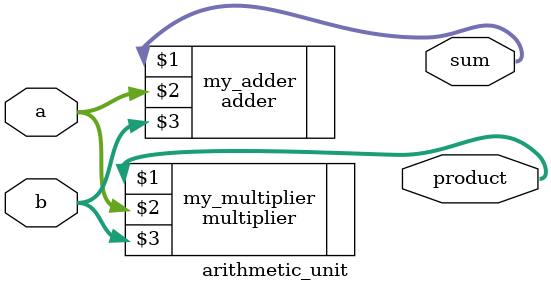
<source format=v>
`timescale 1ns / 1ps

module arithmetic_unit (sum, product, a, b);
    output [2:0] sum;
    output [3:0] product;
    input [1:0] a;
    input [1:0] b;

    adder my_adder (sum, a, b);
    multiplier my_multiplier (product, a, b);
endmodule

</source>
